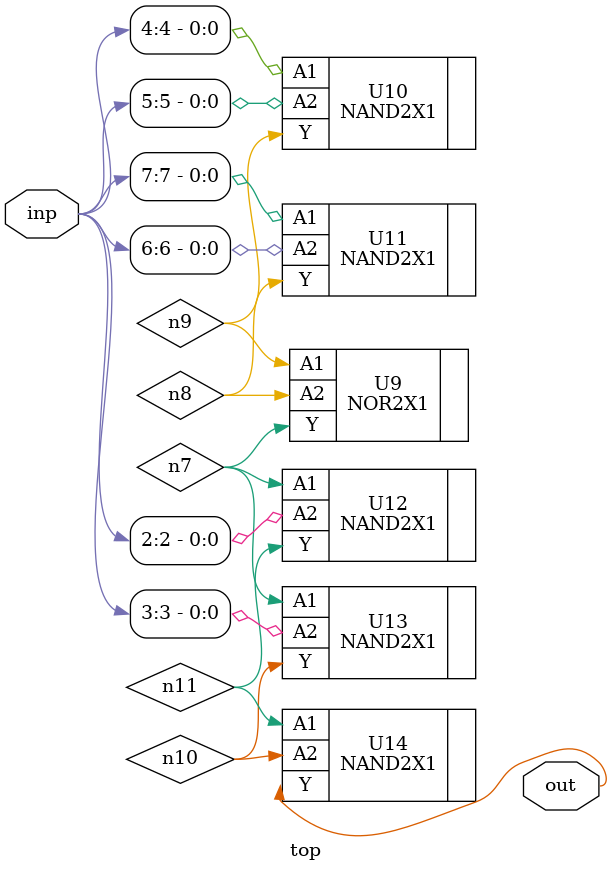
<source format=sv>


module top ( inp, out );
  input [7:0] inp;
  output out;
  wire   n7, n8, n9, n10, n11;

  NOR2X1 U9 ( .A1(n9), .A2(n8), .Y(n7) );
  NAND2X1 U10 ( .A1(inp[4]), .A2(inp[5]), .Y(n9) );
  NAND2X1 U11 ( .A1(inp[7]), .A2(inp[6]), .Y(n8) );
  NAND2X1 U12 ( .A1(n7), .A2(inp[2]), .Y(n11) );
  NAND2X1 U13 ( .A1(n7), .A2(inp[3]), .Y(n10) );
  NAND2X1 U14 ( .A1(n11), .A2(n10), .Y(out) );
endmodule


</source>
